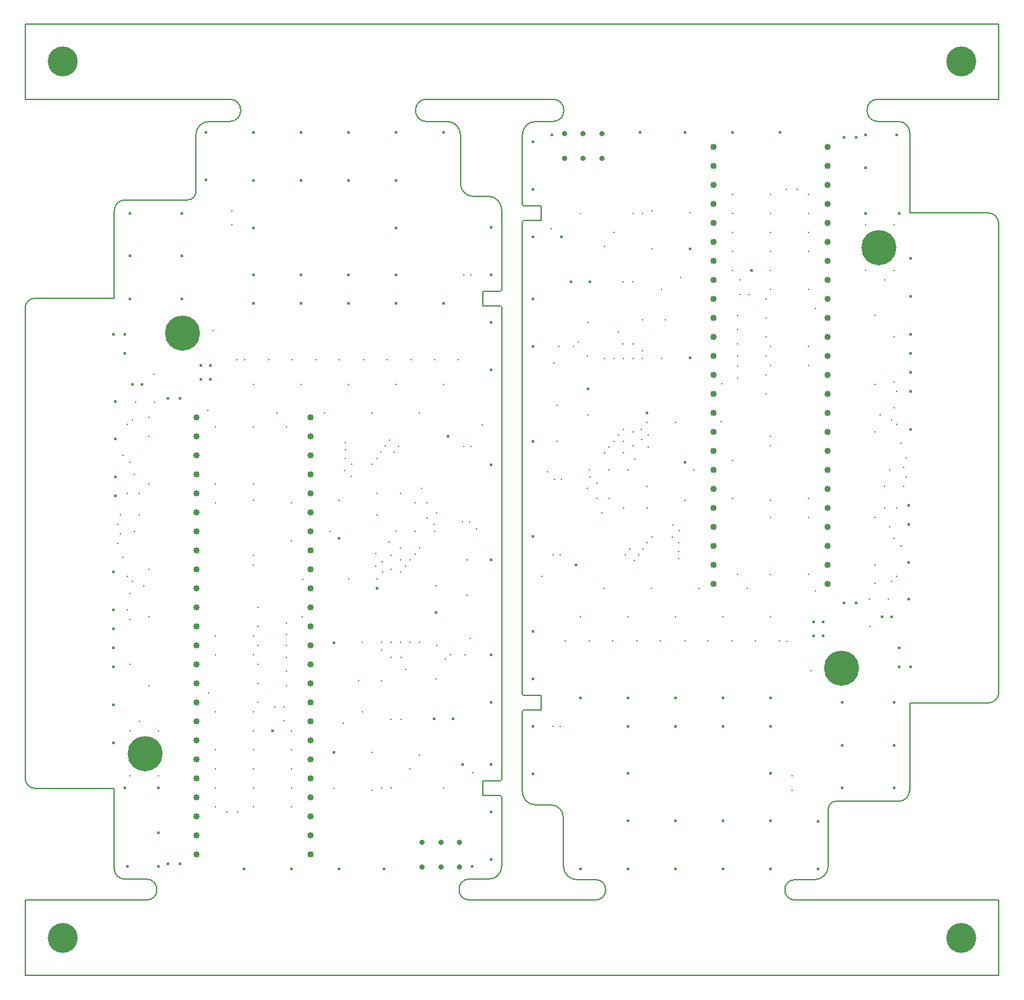
<source format=gbr>
G04 DesignSpark PCB PRO Gerber Version 10.0 Build 5299*
G04 #@! TF.Part,CustomerPanel*
G04 #@! TF.FilePolarity,Positive*
%FSLAX35Y35*%
%MOIN*%
%ADD11C,0.00800*%
G04 #@! TA.AperFunction,ViaDrill*
%ADD71C,0.01181*%
%ADD20C,0.01600*%
G04 #@! TA.AperFunction,ComponentDrill*
%ADD23C,0.02756*%
%ADD22C,0.03346*%
G04 #@! TA.AperFunction,MechanicalDrill*
%ADD70C,0.15748*%
%ADD21C,0.18504*%
G04 #@! TD.AperFunction*
X0Y0D02*
D02*
D71*
X219127Y402817D03*
Y395317D03*
X341096Y369067D03*
X344846D03*
X209127Y339917D03*
X221791Y324415D03*
X225784Y324317D03*
X238265D03*
X250745D03*
X263350D03*
X288311D03*
X325876D03*
X275456Y324296D03*
X300791D03*
X313271D03*
X338232D03*
X178109Y316683D03*
X230377Y311567D03*
X255377D03*
X280377D03*
X305377D03*
X330377D03*
X168500Y302081D03*
X178234D03*
X206565Y297817D03*
X242877Y296567D03*
X267897Y296465D03*
X292897D03*
X317897D03*
X175377Y293969D03*
X166627Y292817D03*
X164127Y290317D03*
X350587Y290100D03*
X210377Y289067D03*
X230377D03*
X247877D03*
X175377Y284067D03*
X302039Y281987D03*
X278826Y280864D03*
X299793Y278992D03*
X340978Y278867D03*
X344728D03*
X306657Y278865D03*
X278701Y277120D03*
X297546Y275747D03*
X304410Y275716D03*
X161627Y274067D03*
X295300Y272627D03*
X278701Y272566D03*
X165377Y270317D03*
X292679Y269507D03*
X281946Y269417D03*
X278451Y266267D03*
X167877Y264067D03*
X281821Y263117D03*
X175377Y259067D03*
X210377D03*
X230377D03*
X318887Y256818D03*
X164127Y254067D03*
X170377D03*
X295377D03*
X307877D03*
X230377Y250317D03*
X275377D03*
X210377Y249067D03*
X250377D03*
X315377D03*
X321627D03*
X326625Y243922D03*
X160377Y242817D03*
X170377D03*
X295377D03*
X321633Y241070D03*
X340377Y239067D03*
X344127D03*
X325502Y237920D03*
X159127Y237817D03*
X347794Y235317D03*
X167877Y234067D03*
X305377D03*
X315377D03*
X325627D03*
X270838Y234063D03*
X160377Y232817D03*
X250377Y229067D03*
X301665Y228472D03*
X159127Y227817D03*
X317877Y225322D03*
X307877Y225317D03*
X294800Y222331D03*
X315377Y222172D03*
X230377Y221567D03*
X302877D03*
X161627Y220317D03*
X307877Y219067D03*
X342794D03*
X312877Y219023D03*
X298169Y218213D03*
X230377Y216567D03*
X294676Y215873D03*
X310377D03*
X175377Y214067D03*
X302877D03*
X298420Y212724D03*
X307877D03*
X164127Y210317D03*
X280377Y209067D03*
X295377D03*
X256236Y208728D03*
X166627Y207817D03*
X172877Y205317D03*
X326544D03*
X165377Y201567D03*
X342794Y200317D03*
X232877Y194067D03*
X164112Y192817D03*
X175377Y189067D03*
X256111Y189009D03*
X165377Y187833D03*
X247874Y185889D03*
X232773Y184067D03*
X247874Y179649D03*
X210377Y179067D03*
X230377D03*
X344275Y177817D03*
X317877Y175655D03*
X287877Y175654D03*
X297877D03*
X302877D03*
X307877D03*
X312877D03*
X247874Y174157D03*
X232877Y174067D03*
X326627D03*
X297877Y171661D03*
X334039Y169165D03*
X210377Y169067D03*
X230377D03*
X341627D03*
X247877Y167817D03*
X302788D03*
X307905D03*
X331480Y166919D03*
X165377Y164067D03*
X232877D03*
X310377Y161567D03*
X247877Y160317D03*
X326361Y156567D03*
X285690Y155317D03*
X297877D03*
X232877Y154067D03*
X175377Y152817D03*
X247877D03*
X206627Y149067D03*
X232877Y144067D03*
X246377Y141833D03*
X241759Y141709D03*
X287877Y139088D03*
X210377Y139067D03*
X230377D03*
X302788Y135094D03*
X307905D03*
X246377Y134345D03*
X170377Y134067D03*
X277877Y132972D03*
X165377Y129067D03*
X180377D03*
X230377D03*
X250377D03*
X210377Y119067D03*
X230377D03*
X250377D03*
X292877Y117817D03*
X317877Y116567D03*
X210377Y109067D03*
X230377D03*
X250377D03*
X312877D03*
X345720Y107263D03*
X165377Y105317D03*
X180377D03*
X330377Y99276D03*
X302877Y99151D03*
X210377Y99067D03*
X230377D03*
X250377D03*
X297877Y99026D03*
X272877Y98901D03*
X292877Y97817D03*
X210377Y89067D03*
X230377D03*
X250377D03*
X216502Y86389D03*
X222118D03*
D02*
D20*
X205377Y444067D03*
X230377D03*
X255377D03*
X280377D03*
X305377D03*
X330377D03*
X205377Y419067D03*
X230377Y418857D03*
X255377D03*
X280377D03*
X305377D03*
X165377Y401567D03*
X192877D03*
X355377Y394067D03*
X230377Y393896D03*
X305377D03*
X165377Y379067D03*
X192877D03*
X355377Y369067D03*
X230377Y369061D03*
X255377D03*
X280377D03*
X305377D03*
X165377Y356567D03*
X192877D03*
X230377Y354028D03*
X255377D03*
X280377D03*
X305377D03*
X330377D03*
X355377Y344067D03*
X156627Y337833D03*
X162877D03*
Y327817D03*
X202877Y321567D03*
X207877D03*
X355377Y319067D03*
X202877Y314067D03*
X207877D03*
X166627Y311567D03*
X171627D03*
X185377Y304067D03*
X191627D03*
X157877Y302330D03*
X332877Y284067D03*
X157877Y282817D03*
X355377Y269067D03*
X157877Y262817D03*
Y252817D03*
X275377Y230317D03*
X355377Y219067D03*
X156627Y212817D03*
X295377Y204067D03*
X156627Y192817D03*
X326376Y191567D03*
X156627Y182817D03*
X272877Y175317D03*
X156627Y172817D03*
X355377Y169067D03*
X156627Y162817D03*
X355377Y144067D03*
X156627Y142817D03*
X325377Y135317D03*
X335377D03*
X240377Y129067D03*
X156627Y122817D03*
X272877Y117817D03*
X340377Y111567D03*
X355377D03*
X162877Y99067D03*
X180377D03*
X355377Y86567D03*
X180377Y75317D03*
X355377Y61567D03*
X185377Y59067D03*
X191627D03*
X164127Y57817D03*
X180377D03*
X345377D03*
X225377Y56567D03*
X250377D03*
X275377D03*
X299127D03*
D02*
D21*
X192972Y338384D03*
X173287Y117281D03*
D02*
D22*
X200377Y294067D03*
X260377D03*
X200377Y284067D03*
X260377D03*
X200377Y274067D03*
X260377D03*
X200377Y264067D03*
X260377D03*
X200377Y254067D03*
X260377D03*
X200377Y244067D03*
X260377D03*
X200377Y234067D03*
X260377D03*
X200377Y224067D03*
X260377D03*
X200377Y214067D03*
X260377D03*
X200377Y204067D03*
X260377D03*
X200377Y194067D03*
X260377D03*
X200377Y184067D03*
X260377D03*
X200377Y174067D03*
X260377D03*
X200377Y164067D03*
X260377D03*
X200377Y154067D03*
X260377D03*
X200377Y144067D03*
X260377D03*
X200377Y134067D03*
X260377D03*
X200377Y124067D03*
X260377D03*
X200377Y114067D03*
X260377D03*
X200377Y104067D03*
X260377D03*
X200377Y94067D03*
X260377D03*
X200377Y84067D03*
X260377D03*
X200377Y74067D03*
X260377D03*
X200377Y64067D03*
X260377D03*
D02*
D23*
X319127Y70317D03*
X328970D03*
X338812D03*
X319127Y57325D03*
X328970D03*
X338812D03*
D02*
D71*
X513654Y97831D03*
Y105331D03*
X391685Y131581D03*
X387935D03*
X523654Y160731D03*
X510991Y176233D03*
X506997Y176331D03*
X494517D03*
X482036D03*
X469431D03*
X444470D03*
X406905D03*
X457325Y176353D03*
X431990D03*
X419510D03*
X394549D03*
X554672Y183966D03*
X502404Y189081D03*
X477404D03*
X452404D03*
X427404D03*
X402404D03*
X564281Y198568D03*
X554547D03*
X526217Y202831D03*
X489904Y204081D03*
X464884Y204184D03*
X439884D03*
X414884D03*
X557404Y206680D03*
X566154Y207831D03*
X568654Y210331D03*
X382194Y210549D03*
X522404Y211581D03*
X502404D03*
X484904D03*
X557404Y216581D03*
X430742Y218661D03*
X453956Y219784D03*
X432989Y221656D03*
X391804Y221781D03*
X388054D03*
X426124Y221783D03*
X454080Y223528D03*
X435235Y224901D03*
X428371Y224933D03*
X571154Y226581D03*
X437481Y228021D03*
X454080Y228082D03*
X567404Y230331D03*
X440102Y231141D03*
X450835Y231232D03*
X454330Y234381D03*
X564904Y236581D03*
X450960Y237531D03*
X557404Y241581D03*
X522404D03*
X502404D03*
X413894Y243830D03*
X568654Y246581D03*
X562404D03*
X437404D03*
X424904D03*
X502404Y250331D03*
X457404D03*
X522404Y251581D03*
X482404D03*
X417404D03*
X411154D03*
X406156Y256726D03*
X572404Y257831D03*
X562404D03*
X437404D03*
X411148Y259578D03*
X392404Y261581D03*
X388654D03*
X407279Y262728D03*
X573654Y262831D03*
X384987Y265331D03*
X564904Y266581D03*
X427404D03*
X417404D03*
X407154D03*
X461943Y266585D03*
X572404Y267831D03*
X482404Y271581D03*
X431117Y272177D03*
X573654Y272831D03*
X414904Y275326D03*
X424904Y275331D03*
X437981Y278317D03*
X417404Y278476D03*
X502404Y279081D03*
X429904D03*
X571154Y280331D03*
X424904Y281581D03*
X389987D03*
X419904Y281626D03*
X434613Y282435D03*
X502404Y284081D03*
X438106Y284775D03*
X422404D03*
X557404Y286581D03*
X429904D03*
X434361Y287925D03*
X424904D03*
X568654Y290331D03*
X452404Y291581D03*
X437404D03*
X476545Y291920D03*
X566154Y292831D03*
X559904Y295331D03*
X406237D03*
X567404Y299081D03*
X389987Y300331D03*
X499904Y306581D03*
X568669Y307831D03*
X557404Y311581D03*
X476670Y311639D03*
X567404Y312816D03*
X484907Y314759D03*
X500008Y316581D03*
X484907Y321000D03*
X522404Y321581D03*
X502404D03*
X388506Y322831D03*
X414904Y324993D03*
X444904Y324994D03*
X434904D03*
X429904D03*
X424904D03*
X419904D03*
X484907Y326491D03*
X499904Y326581D03*
X406154D03*
X434904Y328987D03*
X398743Y331483D03*
X522404Y331581D03*
X502404D03*
X391154D03*
X484904Y332831D03*
X429993D03*
X424876D03*
X401302Y333730D03*
X567404Y336581D03*
X499904D03*
X422404Y339081D03*
X484904Y340331D03*
X406420Y344081D03*
X447091Y345331D03*
X434904D03*
X499904Y346581D03*
X557404Y347831D03*
X484904D03*
X526154Y351581D03*
X499904Y356581D03*
X486404Y358815D03*
X491022Y358940D03*
X444904Y361561D03*
X522404Y361581D03*
X502404D03*
X429993Y365554D03*
X424876D03*
X486404Y366303D03*
X562404Y366581D03*
X454904Y367676D03*
X567404Y371581D03*
X552404D03*
X502404D03*
X482404D03*
X522404Y381581D03*
X502404D03*
X482404D03*
X439904Y382831D03*
X414904Y384081D03*
X522404Y391581D03*
X502404D03*
X482404D03*
X419904D03*
X387061Y393385D03*
X567404Y395331D03*
X552404D03*
X402404Y401373D03*
X429904Y401498D03*
X522404Y401581D03*
X502404D03*
X482404D03*
X434904Y401622D03*
X459904Y401747D03*
X439904Y402831D03*
X522404Y411581D03*
X502404D03*
X482404D03*
X516279Y414259D03*
X510663D03*
D02*
D20*
X527404Y56581D03*
X502404D03*
X477404D03*
X452404D03*
X427404D03*
X402404D03*
X527404Y81581D03*
X502404Y81791D03*
X477404D03*
X452404D03*
X427404D03*
X567404Y99081D03*
X539904D03*
X377404Y106581D03*
X502404Y106752D03*
X427404D03*
X567404Y121581D03*
X539904D03*
X377404Y131581D03*
X502404Y131588D03*
X477404D03*
X452404D03*
X427404D03*
X567404Y144081D03*
X539904D03*
X502404Y146620D03*
X477404D03*
X452404D03*
X427404D03*
X402404D03*
X377404Y156581D03*
X576154Y162816D03*
X569904D03*
Y172831D03*
X529904Y179081D03*
X524904D03*
X377404Y181581D03*
X529904Y186581D03*
X524904D03*
X566154Y189081D03*
X561154D03*
X547404Y196581D03*
X541154D03*
X574904Y198318D03*
X399904Y216581D03*
X574904Y217831D03*
X377404Y231581D03*
X574904Y237831D03*
Y247831D03*
X457404Y270331D03*
X377404Y281581D03*
X576154Y287831D03*
X437404Y296581D03*
X576154Y307831D03*
X406406Y309081D03*
X576154Y317831D03*
X459904Y325331D03*
X576154Y327831D03*
X377404Y331581D03*
X576154Y337831D03*
X377404Y356581D03*
X576154Y357831D03*
X407404Y365331D03*
X397404D03*
X492404Y371581D03*
X576154Y377831D03*
X459904Y382831D03*
X392404Y389081D03*
X377404D03*
X569904Y401581D03*
X552404D03*
X377404Y414081D03*
X552404Y425331D03*
X377404Y439081D03*
X547404Y441581D03*
X541154D03*
X568654Y442831D03*
X552404D03*
X387404D03*
X507404Y444081D03*
X482404D03*
X457404D03*
X433654D03*
D02*
D21*
X539809Y162265D03*
X559494Y383367D03*
D02*
D22*
X532404Y206581D03*
X472404D03*
X532404Y216581D03*
X472404D03*
X532404Y226581D03*
X472404D03*
X532404Y236581D03*
X472404D03*
X532404Y246581D03*
X472404D03*
X532404Y256581D03*
X472404D03*
X532404Y266581D03*
X472404D03*
X532404Y276581D03*
X472404D03*
X532404Y286581D03*
X472404D03*
X532404Y296581D03*
X472404D03*
X532404Y306581D03*
X472404D03*
X532404Y316581D03*
X472404D03*
X532404Y326581D03*
X472404D03*
X532404Y336581D03*
X472404D03*
X532404Y346581D03*
X472404D03*
X532404Y356581D03*
X472404D03*
X532404Y366581D03*
X472404D03*
X532404Y376581D03*
X472404D03*
X532404Y386581D03*
X472404D03*
X532404Y396581D03*
X472404D03*
X532404Y406581D03*
X472404D03*
X532404Y416581D03*
X472404D03*
X532404Y426581D03*
X472404D03*
X532404Y436581D03*
X472404D03*
D02*
D23*
X413654Y430331D03*
X403811D03*
X393969D03*
X413654Y443323D03*
X403811D03*
X393969D03*
D02*
D11*
X559044Y449831D02*
G75*
G02*
Y461628I0J5899D01*
G01*
X622487D01*
Y500998D01*
X110294D01*
Y461628D01*
X217794D01*
G75*
G02*
Y449817I0J-5906D01*
G01*
X207096D01*
G75*
G03*
X200096Y442817I0J-7000D01*
G01*
Y412831D01*
G75*
G02*
X195846Y408581I-4250J0D01*
G01*
X162932D01*
G75*
G03*
X157182Y402831I0J-5750D01*
G01*
Y356838D01*
X115411D01*
G75*
G03*
X110294Y351721I0J-5117D01*
G01*
Y104236D01*
G75*
G03*
X115661Y98870I5367J0D01*
G01*
X157182D01*
Y56567D01*
G75*
G03*
X162680Y51070I5497J0D01*
G01*
X174044D01*
G75*
G02*
Y40023I0J-5524D01*
G01*
X110294D01*
Y400D01*
X622487D01*
Y40087D01*
X515294D01*
G75*
G02*
Y50831I0J5372D01*
G01*
X525685D01*
G75*
G03*
X532685Y57831I0J7000D01*
G01*
Y87817D01*
G75*
G02*
X536935Y92067I4250J0D01*
G01*
X569849D01*
G75*
G03*
X575599Y97817I0J5750D01*
G01*
Y143799D01*
X616870D01*
G75*
G03*
X622487Y149415I0J5616D01*
G01*
Y396026D01*
G75*
G03*
X616746Y401767I-5741J0D01*
G01*
X575599D01*
Y444081D01*
G75*
G03*
X569849Y449831I-5750J0D01*
G01*
X559044D01*
X387794D02*
X378811D01*
G75*
G03*
X371811Y442831I0J-7000D01*
G01*
Y406150D01*
G75*
G03*
X372561Y405400I750J0D01*
G01*
X381587D01*
Y397900D01*
X372561D01*
G75*
G03*
X371811Y397150I0J-750D01*
G01*
Y148543D01*
G75*
G03*
X372561Y147793I750J0D01*
G01*
X381585D01*
Y140180D01*
X372561D01*
G75*
G03*
X371811Y139430I0J-750D01*
G01*
Y97201D01*
G75*
G03*
X378811Y90201I7000J0D01*
G01*
X386715D01*
G75*
G02*
X393465Y83451I0J-6750D01*
G01*
Y57831D01*
G75*
G03*
X400465Y50831I7000J0D01*
G01*
X410321D01*
G75*
G02*
Y40087I0J-5372D01*
G01*
X344044D01*
G75*
G02*
Y51135I0J5524D01*
G01*
X354287D01*
G75*
G03*
X360970Y57817I0J6683D01*
G01*
Y94500D01*
G75*
G03*
X360220Y95250I-750J0D01*
G01*
X351194D01*
Y102739D01*
X360220D01*
G75*
G03*
X360970Y103489I0J750D01*
G01*
Y352150D01*
G75*
G03*
X360220Y352900I-750J0D01*
G01*
X351196D01*
Y360400D01*
X360220D01*
G75*
G03*
X360970Y361150I0J750D01*
G01*
Y403447D01*
G75*
G03*
X353970Y410447I-7000J0D01*
G01*
X346066D01*
G75*
G02*
X339316Y417197I0J6750D01*
G01*
Y442817D01*
G75*
G03*
X332316Y449817I-7000J0D01*
G01*
X321544D01*
G75*
G02*
Y461628I0J5906D01*
G01*
X387794D01*
G75*
G02*
Y449831I0J-5898D01*
G01*
D02*
D70*
X129980Y20085D03*
Y481313D03*
X602802Y20085D03*
Y481313D03*
X0Y0D02*
M02*

</source>
